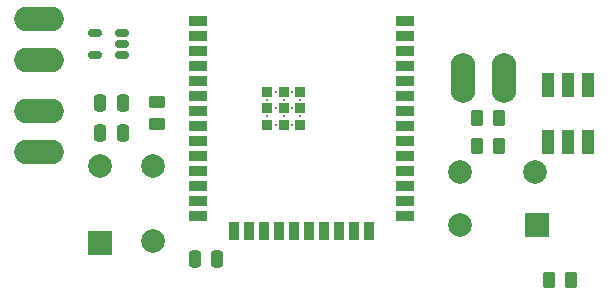
<source format=gbr>
%TF.GenerationSoftware,KiCad,Pcbnew,(6.0.2)*%
%TF.CreationDate,2022-04-12T11:14:46+02:00*%
%TF.ProjectId,pcb,7063622e-6b69-4636-9164-5f7063625858,rev?*%
%TF.SameCoordinates,Original*%
%TF.FileFunction,Soldermask,Top*%
%TF.FilePolarity,Negative*%
%FSLAX46Y46*%
G04 Gerber Fmt 4.6, Leading zero omitted, Abs format (unit mm)*
G04 Created by KiCad (PCBNEW (6.0.2)) date 2022-04-12 11:14:46*
%MOMM*%
%LPD*%
G01*
G04 APERTURE LIST*
G04 Aperture macros list*
%AMRoundRect*
0 Rectangle with rounded corners*
0 $1 Rounding radius*
0 $2 $3 $4 $5 $6 $7 $8 $9 X,Y pos of 4 corners*
0 Add a 4 corners polygon primitive as box body*
4,1,4,$2,$3,$4,$5,$6,$7,$8,$9,$2,$3,0*
0 Add four circle primitives for the rounded corners*
1,1,$1+$1,$2,$3*
1,1,$1+$1,$4,$5*
1,1,$1+$1,$6,$7*
1,1,$1+$1,$8,$9*
0 Add four rect primitives between the rounded corners*
20,1,$1+$1,$2,$3,$4,$5,0*
20,1,$1+$1,$4,$5,$6,$7,0*
20,1,$1+$1,$6,$7,$8,$9,0*
20,1,$1+$1,$8,$9,$2,$3,0*%
G04 Aperture macros list end*
%ADD10RoundRect,0.180000X-0.390000X0.120000X-0.390000X-0.120000X0.390000X-0.120000X0.390000X0.120000X0*%
%ADD11RoundRect,0.250000X-0.250000X-0.475000X0.250000X-0.475000X0.250000X0.475000X-0.250000X0.475000X0*%
%ADD12R,1.500000X0.900000*%
%ADD13R,0.900000X1.500000*%
%ADD14R,0.900000X0.900000*%
%ADD15C,0.300000*%
%ADD16RoundRect,0.250000X0.250000X0.475000X-0.250000X0.475000X-0.250000X-0.475000X0.250000X-0.475000X0*%
%ADD17O,4.200000X2.100000*%
%ADD18R,2.000000X2.000000*%
%ADD19C,2.000000*%
%ADD20O,2.100000X4.200000*%
%ADD21R,1.100000X2.000000*%
%ADD22RoundRect,0.250000X0.262500X0.450000X-0.262500X0.450000X-0.262500X-0.450000X0.262500X-0.450000X0*%
%ADD23RoundRect,0.250000X0.450000X-0.262500X0.450000X0.262500X-0.450000X0.262500X-0.450000X-0.262500X0*%
G04 APERTURE END LIST*
D10*
%TO.C,U3*%
X148206000Y-60767000D03*
X148206000Y-59817000D03*
X148206000Y-58867000D03*
X145926000Y-58867000D03*
X145926000Y-60767000D03*
%TD*%
D11*
%TO.C,C2*%
X146370000Y-64770000D03*
X148270000Y-64770000D03*
%TD*%
%TO.C,C3*%
X146370000Y-67310000D03*
X148270000Y-67310000D03*
%TD*%
D12*
%TO.C,U1*%
X154657500Y-57888000D03*
X154657500Y-59158000D03*
X154657500Y-60428000D03*
X154657500Y-61698000D03*
X154657500Y-62968000D03*
X154657500Y-64238000D03*
X154657500Y-65508000D03*
X154657500Y-66778000D03*
X154657500Y-68048000D03*
X154657500Y-69318000D03*
X154657500Y-70588000D03*
X154657500Y-71858000D03*
X154657500Y-73128000D03*
X154657500Y-74398000D03*
D13*
X157697500Y-75648000D03*
X158967500Y-75648000D03*
X160237500Y-75648000D03*
X161507500Y-75648000D03*
X162777500Y-75648000D03*
X164047500Y-75648000D03*
X165317500Y-75648000D03*
X166587500Y-75648000D03*
X167857500Y-75648000D03*
X169127500Y-75648000D03*
D12*
X172157500Y-74398000D03*
X172157500Y-73128000D03*
X172157500Y-71858000D03*
X172157500Y-70588000D03*
X172157500Y-69318000D03*
X172157500Y-68048000D03*
X172157500Y-66778000D03*
X172157500Y-65508000D03*
X172157500Y-64238000D03*
X172157500Y-62968000D03*
X172157500Y-61698000D03*
X172157500Y-60428000D03*
X172157500Y-59158000D03*
X172157500Y-57888000D03*
D14*
X160507500Y-63828000D03*
X161907500Y-63828000D03*
X163307500Y-63828000D03*
X160507500Y-65228000D03*
X161907500Y-65228000D03*
X163307500Y-65228000D03*
X160507500Y-66628000D03*
X161907500Y-66628000D03*
X163307500Y-66628000D03*
D15*
X161207500Y-63828000D03*
X162607500Y-63828000D03*
X160507500Y-64528000D03*
X161907500Y-64528000D03*
X163307500Y-64528000D03*
X161207500Y-65228000D03*
X162607500Y-65228000D03*
X160507500Y-65928000D03*
X161907500Y-65928000D03*
X163307500Y-65928000D03*
X161207500Y-66628000D03*
X162607500Y-66628000D03*
%TD*%
D16*
%TO.C,C1*%
X156271000Y-77978000D03*
X154371000Y-77978000D03*
%TD*%
D17*
%TO.C,U5*%
X141195000Y-68933000D03*
X141195000Y-65433000D03*
%TD*%
D18*
%TO.C,SW1*%
X146340000Y-76656000D03*
D19*
X146340000Y-70156000D03*
X150840000Y-76506000D03*
X150840000Y-70156000D03*
%TD*%
D20*
%TO.C,U4*%
X177066000Y-62709000D03*
X180566000Y-62709000D03*
%TD*%
D21*
%TO.C,D1*%
X187628000Y-63259000D03*
X185928000Y-63259000D03*
X184228000Y-63259000D03*
X184228000Y-68059000D03*
X185928000Y-68059000D03*
X187628000Y-68059000D03*
%TD*%
D17*
%TO.C,U6*%
X141195000Y-61186000D03*
X141195000Y-57686000D03*
%TD*%
D22*
%TO.C,R3*%
X180109500Y-66040000D03*
X178284500Y-66040000D03*
%TD*%
D18*
%TO.C,SW2*%
X183336000Y-75148000D03*
D19*
X176836000Y-75148000D03*
X183186000Y-70648000D03*
X176836000Y-70648000D03*
%TD*%
D22*
%TO.C,R2*%
X180086000Y-68453000D03*
X178261000Y-68453000D03*
%TD*%
D23*
%TO.C,R4*%
X151130000Y-66571500D03*
X151130000Y-64746500D03*
%TD*%
D22*
%TO.C,R1*%
X186205500Y-79756000D03*
X184380500Y-79756000D03*
%TD*%
M02*

</source>
